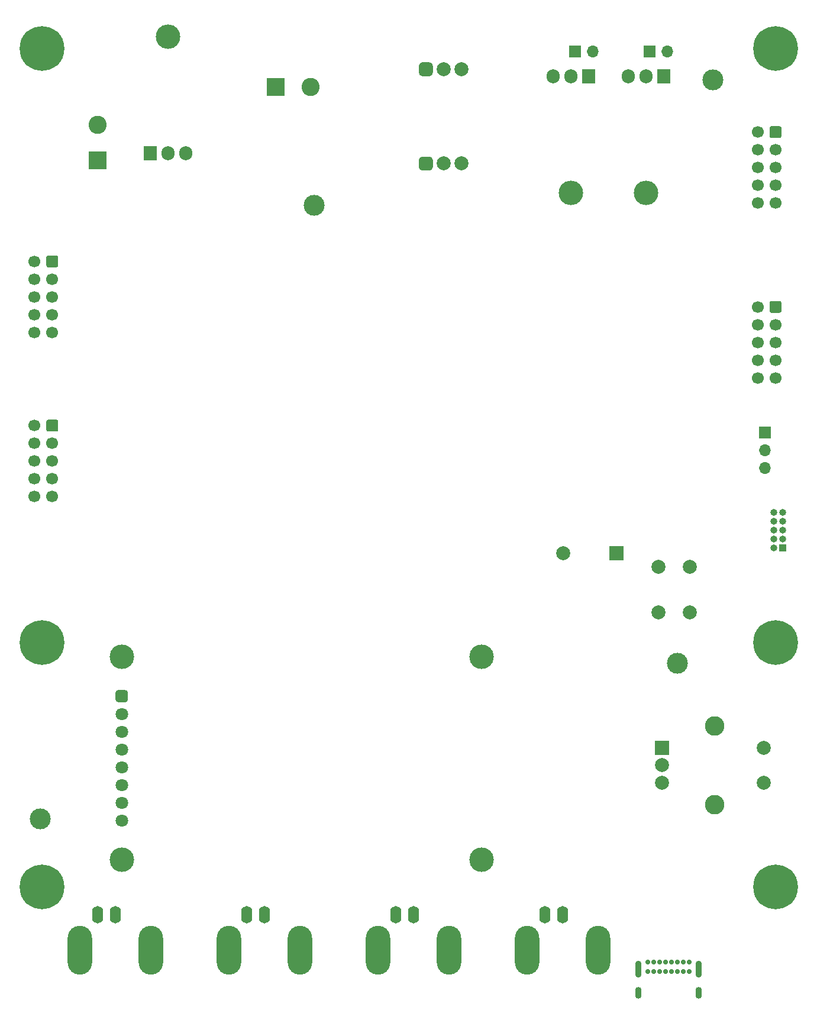
<source format=gbr>
%TF.GenerationSoftware,KiCad,Pcbnew,(5.1.10)-1*%
%TF.CreationDate,2021-12-22T14:35:30+01:00*%
%TF.ProjectId,vca_main_board,7663615f-6d61-4696-9e5f-626f6172642e,rev?*%
%TF.SameCoordinates,Original*%
%TF.FileFunction,Soldermask,Bot*%
%TF.FilePolarity,Negative*%
%FSLAX46Y46*%
G04 Gerber Fmt 4.6, Leading zero omitted, Abs format (unit mm)*
G04 Created by KiCad (PCBNEW (5.1.10)-1) date 2021-12-22 14:35:30*
%MOMM*%
%LPD*%
G01*
G04 APERTURE LIST*
%ADD10C,1.700000*%
%ADD11O,1.600000X2.500000*%
%ADD12O,3.500000X7.000000*%
%ADD13O,1.700000X1.700000*%
%ADD14R,1.700000X1.700000*%
%ADD15O,0.900000X1.700000*%
%ADD16O,0.900000X2.400000*%
%ADD17C,0.700000*%
%ADD18C,0.800000*%
%ADD19C,6.400000*%
%ADD20C,3.000000*%
%ADD21O,1.905000X2.000000*%
%ADD22R,1.905000X2.000000*%
%ADD23O,3.500000X3.500000*%
%ADD24C,2.000000*%
%ADD25R,2.000000X2.000000*%
%ADD26C,3.500000*%
%ADD27C,1.800000*%
%ADD28C,2.800000*%
%ADD29R,1.000000X1.000000*%
%ADD30O,1.000000X1.000000*%
%ADD31C,2.600000*%
%ADD32R,2.600000X2.600000*%
G04 APERTURE END LIST*
D10*
%TO.C,J12*%
X33960000Y-114160000D03*
X33960000Y-111620000D03*
X33960000Y-109080000D03*
X33960000Y-106540000D03*
X33960000Y-104000000D03*
X36500000Y-114160000D03*
X36500000Y-111620000D03*
X36500000Y-109080000D03*
X36500000Y-106540000D03*
G36*
G01*
X37350000Y-103400000D02*
X37350000Y-104600000D01*
G75*
G02*
X37100000Y-104850000I-250000J0D01*
G01*
X35900000Y-104850000D01*
G75*
G02*
X35650000Y-104600000I0J250000D01*
G01*
X35650000Y-103400000D01*
G75*
G02*
X35900000Y-103150000I250000J0D01*
G01*
X37100000Y-103150000D01*
G75*
G02*
X37350000Y-103400000I0J-250000D01*
G01*
G37*
%TD*%
D11*
%TO.C,J15*%
X42960000Y-174000000D03*
X45500000Y-174000000D03*
D12*
X50580000Y-179080000D03*
X40420000Y-179080000D03*
%TD*%
D11*
%TO.C,J14*%
X64293333Y-174000000D03*
X66833333Y-174000000D03*
D12*
X71913333Y-179080000D03*
X61753333Y-179080000D03*
%TD*%
D11*
%TO.C,J13*%
X85626666Y-174000000D03*
X88166666Y-174000000D03*
D12*
X93246666Y-179080000D03*
X83086666Y-179080000D03*
%TD*%
D11*
%TO.C,J7*%
X106960000Y-174000000D03*
X109500000Y-174000000D03*
D12*
X114580000Y-179080000D03*
X104420000Y-179080000D03*
%TD*%
D13*
%TO.C,J4*%
X138500000Y-110080000D03*
X138500000Y-107540000D03*
D14*
X138500000Y-105000000D03*
%TD*%
D15*
%TO.C,J5*%
X128990000Y-185146000D03*
X120340000Y-185146000D03*
D16*
X128990000Y-181766000D03*
X120340000Y-181766000D03*
D17*
X125090000Y-182136000D03*
X127640000Y-182136000D03*
X126790000Y-182136000D03*
X125940000Y-182136000D03*
X121690000Y-182136000D03*
X123390000Y-182136000D03*
X124240000Y-182136000D03*
X122540000Y-182136000D03*
X127640000Y-180786000D03*
X126790000Y-180786000D03*
X125940000Y-180786000D03*
X125090000Y-180786000D03*
X124240000Y-180786000D03*
X123390000Y-180786000D03*
X122540000Y-180786000D03*
X121690000Y-180786000D03*
%TD*%
D18*
%TO.C,H6*%
X36697056Y-48302944D03*
X35000000Y-47600000D03*
X33302944Y-48302944D03*
X32600000Y-50000000D03*
X33302944Y-51697056D03*
X35000000Y-52400000D03*
X36697056Y-51697056D03*
X37400000Y-50000000D03*
D19*
X35000000Y-50000000D03*
%TD*%
D18*
%TO.C,H5*%
X141697056Y-48302944D03*
X140000000Y-47600000D03*
X138302944Y-48302944D03*
X137600000Y-50000000D03*
X138302944Y-51697056D03*
X140000000Y-52400000D03*
X141697056Y-51697056D03*
X142400000Y-50000000D03*
D19*
X140000000Y-50000000D03*
%TD*%
D20*
%TO.C,TP4*%
X126000000Y-138000000D03*
%TD*%
%TO.C,TP3*%
X34750000Y-160250000D03*
%TD*%
%TO.C,TP2*%
X74000000Y-72500000D03*
%TD*%
%TO.C,TP1*%
X131000000Y-54500000D03*
%TD*%
D21*
%TO.C,Q6*%
X118920000Y-54000000D03*
X121460000Y-54000000D03*
D22*
X124000000Y-54000000D03*
D23*
X121460000Y-70660000D03*
%TD*%
D21*
%TO.C,Q4*%
X108220000Y-54000000D03*
X110760000Y-54000000D03*
D22*
X113300000Y-54000000D03*
D23*
X110760000Y-70660000D03*
%TD*%
D13*
%TO.C,J11*%
X124540000Y-50500000D03*
D14*
X122000000Y-50500000D03*
%TD*%
D10*
%TO.C,J10*%
X33960000Y-90660000D03*
X33960000Y-88120000D03*
X33960000Y-85580000D03*
X33960000Y-83040000D03*
X33960000Y-80500000D03*
X36500000Y-90660000D03*
X36500000Y-88120000D03*
X36500000Y-85580000D03*
X36500000Y-83040000D03*
G36*
G01*
X37350000Y-79900000D02*
X37350000Y-81100000D01*
G75*
G02*
X37100000Y-81350000I-250000J0D01*
G01*
X35900000Y-81350000D01*
G75*
G02*
X35650000Y-81100000I0J250000D01*
G01*
X35650000Y-79900000D01*
G75*
G02*
X35900000Y-79650000I250000J0D01*
G01*
X37100000Y-79650000D01*
G75*
G02*
X37350000Y-79900000I0J-250000D01*
G01*
G37*
%TD*%
D13*
%TO.C,J9*%
X113840000Y-50500000D03*
D14*
X111300000Y-50500000D03*
%TD*%
D24*
%TO.C,BZ1*%
X109650000Y-122290000D03*
D25*
X117250000Y-122290000D03*
%TD*%
D26*
%TO.C,U10*%
X97936000Y-166106000D03*
X97936000Y-137106000D03*
X46436000Y-166106000D03*
X46436000Y-137106000D03*
D27*
X46436000Y-160496000D03*
X46436000Y-157956000D03*
X46436000Y-155416000D03*
X46436000Y-152876000D03*
X46436000Y-150336000D03*
X46436000Y-147796000D03*
X46436000Y-145256000D03*
G36*
G01*
X45536000Y-143166000D02*
X45536000Y-142266000D01*
G75*
G02*
X45986000Y-141816000I450000J0D01*
G01*
X46886000Y-141816000D01*
G75*
G02*
X47336000Y-142266000I0J-450000D01*
G01*
X47336000Y-143166000D01*
G75*
G02*
X46886000Y-143616000I-450000J0D01*
G01*
X45986000Y-143616000D01*
G75*
G02*
X45536000Y-143166000I0J450000D01*
G01*
G37*
%TD*%
D25*
%TO.C,SW2*%
X123786000Y-150098000D03*
D24*
X123786000Y-152598000D03*
X123786000Y-155098000D03*
D28*
X131286000Y-146998000D03*
X131286000Y-158198000D03*
D24*
X138286000Y-150098000D03*
X138286000Y-155098000D03*
%TD*%
%TO.C,SW1*%
X123214000Y-124196000D03*
X127714000Y-124196000D03*
X123214000Y-130696000D03*
X127714000Y-130696000D03*
%TD*%
D21*
%TO.C,Q1*%
X55580000Y-65000000D03*
X53040000Y-65000000D03*
D22*
X50500000Y-65000000D03*
D23*
X53040000Y-48340000D03*
%TD*%
D10*
%TO.C,J8*%
X137460000Y-72160000D03*
X137460000Y-69620000D03*
X137460000Y-67080000D03*
X137460000Y-64540000D03*
X137460000Y-62000000D03*
X140000000Y-72160000D03*
X140000000Y-69620000D03*
X140000000Y-67080000D03*
X140000000Y-64540000D03*
G36*
G01*
X140850000Y-61400000D02*
X140850000Y-62600000D01*
G75*
G02*
X140600000Y-62850000I-250000J0D01*
G01*
X139400000Y-62850000D01*
G75*
G02*
X139150000Y-62600000I0J250000D01*
G01*
X139150000Y-61400000D01*
G75*
G02*
X139400000Y-61150000I250000J0D01*
G01*
X140600000Y-61150000D01*
G75*
G02*
X140850000Y-61400000I0J-250000D01*
G01*
G37*
%TD*%
%TO.C,J6*%
X137460000Y-97160000D03*
X137460000Y-94620000D03*
X137460000Y-92080000D03*
X137460000Y-89540000D03*
X137460000Y-87000000D03*
X140000000Y-97160000D03*
X140000000Y-94620000D03*
X140000000Y-92080000D03*
X140000000Y-89540000D03*
G36*
G01*
X140850000Y-86400000D02*
X140850000Y-87600000D01*
G75*
G02*
X140600000Y-87850000I-250000J0D01*
G01*
X139400000Y-87850000D01*
G75*
G02*
X139150000Y-87600000I0J250000D01*
G01*
X139150000Y-86400000D01*
G75*
G02*
X139400000Y-86150000I250000J0D01*
G01*
X140600000Y-86150000D01*
G75*
G02*
X140850000Y-86400000I0J-250000D01*
G01*
G37*
%TD*%
D29*
%TO.C,J3*%
X141002000Y-121476000D03*
D30*
X139732000Y-121476000D03*
X141002000Y-120206000D03*
X139732000Y-120206000D03*
X141002000Y-118936000D03*
X139732000Y-118936000D03*
X141002000Y-117666000D03*
X139732000Y-117666000D03*
X141002000Y-116396000D03*
X139732000Y-116396000D03*
%TD*%
D31*
%TO.C,J1*%
X73500000Y-55500000D03*
D32*
X68500000Y-55500000D03*
%TD*%
D18*
%TO.C,H4*%
X36697056Y-133302944D03*
X35000000Y-132600000D03*
X33302944Y-133302944D03*
X32600000Y-135000000D03*
X33302944Y-136697056D03*
X35000000Y-137400000D03*
X36697056Y-136697056D03*
X37400000Y-135000000D03*
D19*
X35000000Y-135000000D03*
%TD*%
D18*
%TO.C,H3*%
X141697056Y-133302944D03*
X140000000Y-132600000D03*
X138302944Y-133302944D03*
X137600000Y-135000000D03*
X138302944Y-136697056D03*
X140000000Y-137400000D03*
X141697056Y-136697056D03*
X142400000Y-135000000D03*
D19*
X140000000Y-135000000D03*
%TD*%
D18*
%TO.C,H2*%
X36697056Y-168302944D03*
X35000000Y-167600000D03*
X33302944Y-168302944D03*
X32600000Y-170000000D03*
X33302944Y-171697056D03*
X35000000Y-172400000D03*
X36697056Y-171697056D03*
X37400000Y-170000000D03*
D19*
X35000000Y-170000000D03*
%TD*%
D18*
%TO.C,H1*%
X141697056Y-168302944D03*
X140000000Y-167600000D03*
X138302944Y-168302944D03*
X137600000Y-170000000D03*
X138302944Y-171697056D03*
X140000000Y-172400000D03*
X141697056Y-171697056D03*
X142400000Y-170000000D03*
D19*
X140000000Y-170000000D03*
%TD*%
D24*
%TO.C,U2*%
X92500000Y-53000000D03*
G36*
G01*
X88960000Y-53500000D02*
X88960000Y-52500000D01*
G75*
G02*
X89460000Y-52000000I500000J0D01*
G01*
X90460000Y-52000000D01*
G75*
G02*
X90960000Y-52500000I0J-500000D01*
G01*
X90960000Y-53500000D01*
G75*
G02*
X90460000Y-54000000I-500000J0D01*
G01*
X89460000Y-54000000D01*
G75*
G02*
X88960000Y-53500000I0J500000D01*
G01*
G37*
X95040000Y-53000000D03*
%TD*%
%TO.C,U1*%
X92500000Y-66500000D03*
G36*
G01*
X88960000Y-67000000D02*
X88960000Y-66000000D01*
G75*
G02*
X89460000Y-65500000I500000J0D01*
G01*
X90460000Y-65500000D01*
G75*
G02*
X90960000Y-66000000I0J-500000D01*
G01*
X90960000Y-67000000D01*
G75*
G02*
X90460000Y-67500000I-500000J0D01*
G01*
X89460000Y-67500000D01*
G75*
G02*
X88960000Y-67000000I0J500000D01*
G01*
G37*
X95040000Y-66500000D03*
%TD*%
D31*
%TO.C,J2*%
X43000000Y-61000000D03*
D32*
X43000000Y-66000000D03*
%TD*%
M02*

</source>
